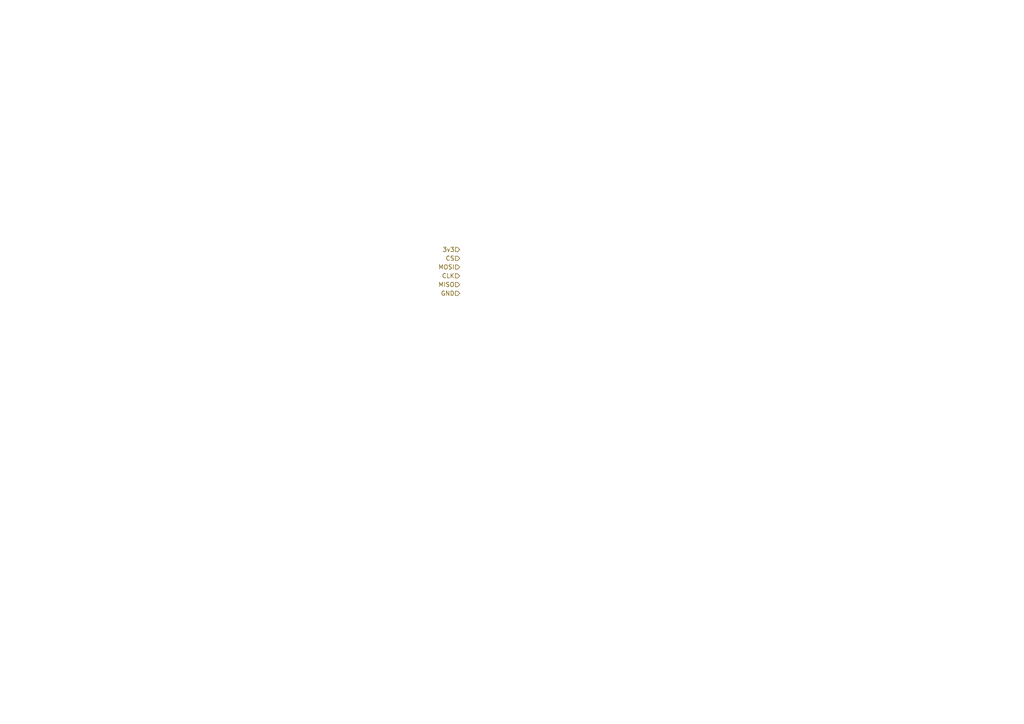
<source format=kicad_sch>
(kicad_sch (version 20230121) (generator eeschema)
  (paper "A4")
  (lib_symbols)
  (hierarchical_label "CS" (shape input) (at 133.35 74.93 180))
  (hierarchical_label "MOSI" (shape input) (at 133.35 77.47 180))
  (hierarchical_label "GND" (shape input) (at 133.35 85.09 180))
  (hierarchical_label "3v3" (shape input) (at 133.35 72.39 180))
  (hierarchical_label "MISO" (shape input) (at 133.35 82.55 180))
  (hierarchical_label "CLK" (shape input) (at 133.35 80.01 180))
)
</source>
